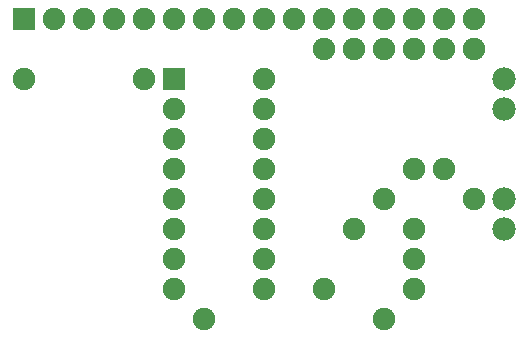
<source format=gtl>
G04 MADE WITH FRITZING*
G04 WWW.FRITZING.ORG*
G04 DOUBLE SIDED*
G04 HOLES PLATED*
G04 CONTOUR ON CENTER OF CONTOUR VECTOR*
%ASAXBY*%
%FSLAX23Y23*%
%MOIN*%
%OFA0B0*%
%SFA1.0B1.0*%
%ADD10C,0.075000*%
%ADD11C,0.078000*%
%ADD12R,0.075000X0.075000*%
%LNCOPPER1*%
G90*
G70*
G54D10*
X126Y899D03*
X526Y899D03*
X1126Y999D03*
X1126Y199D03*
X1226Y399D03*
X1226Y999D03*
X1326Y499D03*
X1326Y999D03*
X1426Y599D03*
X1426Y999D03*
X1626Y499D03*
X1626Y999D03*
X726Y99D03*
X1326Y99D03*
X1426Y199D03*
X1426Y299D03*
X1426Y399D03*
G54D11*
X1726Y499D03*
X1726Y399D03*
G54D10*
X626Y899D03*
X926Y899D03*
X626Y799D03*
X926Y799D03*
X626Y699D03*
X926Y699D03*
X626Y599D03*
X926Y599D03*
X626Y499D03*
X926Y499D03*
X626Y399D03*
X926Y399D03*
X626Y299D03*
X926Y299D03*
X626Y199D03*
X926Y199D03*
G54D11*
X1726Y899D03*
X1726Y799D03*
G54D10*
X126Y1099D03*
X226Y1099D03*
X326Y1099D03*
X426Y1099D03*
X526Y1099D03*
X626Y1099D03*
X726Y1099D03*
X826Y1099D03*
X926Y1099D03*
X1026Y1099D03*
X1126Y1099D03*
X1226Y1099D03*
X1326Y1099D03*
X1426Y1099D03*
X1526Y1099D03*
X1626Y1099D03*
X1526Y999D03*
X1526Y599D03*
G54D12*
X626Y899D03*
X126Y1099D03*
G04 End of Copper1*
M02*
</source>
